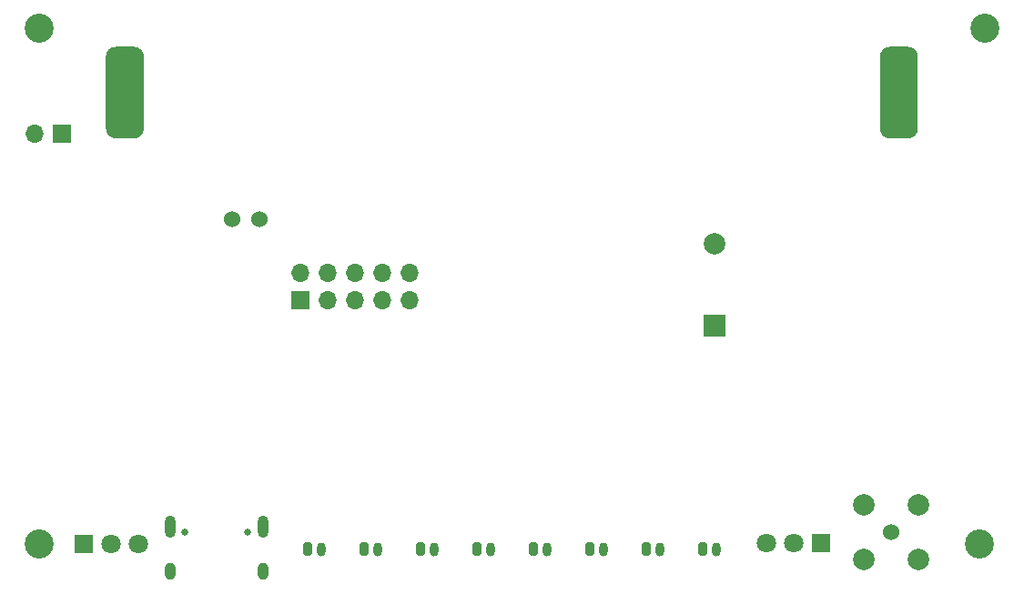
<source format=gbr>
G04 #@! TF.GenerationSoftware,KiCad,Pcbnew,5.1.8-db9833491~87~ubuntu20.04.1*
G04 #@! TF.CreationDate,2020-11-19T12:33:46+01:00*
G04 #@! TF.ProjectId,lucy,6c756379-2e6b-4696-9361-645f70636258,v1.0*
G04 #@! TF.SameCoordinates,Original*
G04 #@! TF.FileFunction,Soldermask,Bot*
G04 #@! TF.FilePolarity,Negative*
%FSLAX46Y46*%
G04 Gerber Fmt 4.6, Leading zero omitted, Abs format (unit mm)*
G04 Created by KiCad (PCBNEW 5.1.8-db9833491~87~ubuntu20.04.1) date 2020-11-19 12:33:46*
%MOMM*%
%LPD*%
G01*
G04 APERTURE LIST*
%ADD10C,2.000000*%
%ADD11C,1.524000*%
%ADD12O,1.000000X1.600000*%
%ADD13C,0.650000*%
%ADD14O,1.000000X2.100000*%
%ADD15C,2.700000*%
%ADD16R,2.000000X2.000000*%
%ADD17R,1.800000X1.800000*%
%ADD18C,1.800000*%
%ADD19R,1.700000X1.700000*%
%ADD20O,1.700000X1.700000*%
%ADD21O,0.800000X1.300000*%
G04 APERTURE END LIST*
D10*
X182710000Y-125470000D03*
X187790000Y-125470000D03*
X187790000Y-120390000D03*
X182710000Y-120390000D03*
D11*
X185250000Y-122930000D03*
D12*
X126820000Y-126550000D03*
D13*
X125390000Y-122900000D03*
D12*
X118180000Y-126550000D03*
D13*
X119610000Y-122900000D03*
D14*
X118180000Y-122370000D03*
X126820000Y-122370000D03*
G36*
G01*
X184238000Y-85381000D02*
X184238000Y-78619000D01*
G75*
G02*
X185119000Y-77738000I881000J0D01*
G01*
X186881000Y-77738000D01*
G75*
G02*
X187762000Y-78619000I0J-881000D01*
G01*
X187762000Y-85381000D01*
G75*
G02*
X186881000Y-86262000I-881000J0D01*
G01*
X185119000Y-86262000D01*
G75*
G02*
X184238000Y-85381000I0J881000D01*
G01*
G37*
G36*
G01*
X112238000Y-85381000D02*
X112238000Y-78619000D01*
G75*
G02*
X113119000Y-77738000I881000J0D01*
G01*
X114881000Y-77738000D01*
G75*
G02*
X115762000Y-78619000I0J-881000D01*
G01*
X115762000Y-85381000D01*
G75*
G02*
X114881000Y-86262000I-881000J0D01*
G01*
X113119000Y-86262000D01*
G75*
G02*
X112238000Y-85381000I0J881000D01*
G01*
G37*
D15*
X106000000Y-124000000D03*
X193500000Y-124000000D03*
X194000000Y-76000000D03*
X106000000Y-76000000D03*
D16*
X168880000Y-103670000D03*
D10*
X168880000Y-96070000D03*
D17*
X178770000Y-123940000D03*
D18*
X176230000Y-123940000D03*
X173690000Y-123940000D03*
D17*
X110180000Y-123970000D03*
D18*
X112720000Y-123970000D03*
X115260000Y-123970000D03*
D19*
X108180000Y-85860000D03*
D20*
X105640000Y-85860000D03*
D21*
X132250000Y-124500000D03*
G36*
G01*
X130600000Y-124950000D02*
X130600000Y-124050000D01*
G75*
G02*
X130800000Y-123850000I200000J0D01*
G01*
X131200000Y-123850000D01*
G75*
G02*
X131400000Y-124050000I0J-200000D01*
G01*
X131400000Y-124950000D01*
G75*
G02*
X131200000Y-125150000I-200000J0D01*
G01*
X130800000Y-125150000D01*
G75*
G02*
X130600000Y-124950000I0J200000D01*
G01*
G37*
D19*
X130360000Y-101290000D03*
D20*
X130360000Y-98750000D03*
X132900000Y-101290000D03*
X132900000Y-98750000D03*
X135440000Y-101290000D03*
X135440000Y-98750000D03*
X137980000Y-101290000D03*
X137980000Y-98750000D03*
X140520000Y-101290000D03*
X140520000Y-98750000D03*
G36*
G01*
X135850000Y-124950000D02*
X135850000Y-124050000D01*
G75*
G02*
X136050000Y-123850000I200000J0D01*
G01*
X136450000Y-123850000D01*
G75*
G02*
X136650000Y-124050000I0J-200000D01*
G01*
X136650000Y-124950000D01*
G75*
G02*
X136450000Y-125150000I-200000J0D01*
G01*
X136050000Y-125150000D01*
G75*
G02*
X135850000Y-124950000I0J200000D01*
G01*
G37*
D21*
X137500000Y-124500000D03*
X142750000Y-124500000D03*
G36*
G01*
X141100000Y-124950000D02*
X141100000Y-124050000D01*
G75*
G02*
X141300000Y-123850000I200000J0D01*
G01*
X141700000Y-123850000D01*
G75*
G02*
X141900000Y-124050000I0J-200000D01*
G01*
X141900000Y-124950000D01*
G75*
G02*
X141700000Y-125150000I-200000J0D01*
G01*
X141300000Y-125150000D01*
G75*
G02*
X141100000Y-124950000I0J200000D01*
G01*
G37*
G36*
G01*
X146350000Y-124950000D02*
X146350000Y-124050000D01*
G75*
G02*
X146550000Y-123850000I200000J0D01*
G01*
X146950000Y-123850000D01*
G75*
G02*
X147150000Y-124050000I0J-200000D01*
G01*
X147150000Y-124950000D01*
G75*
G02*
X146950000Y-125150000I-200000J0D01*
G01*
X146550000Y-125150000D01*
G75*
G02*
X146350000Y-124950000I0J200000D01*
G01*
G37*
X148000000Y-124500000D03*
G36*
G01*
X151600000Y-124950000D02*
X151600000Y-124050000D01*
G75*
G02*
X151800000Y-123850000I200000J0D01*
G01*
X152200000Y-123850000D01*
G75*
G02*
X152400000Y-124050000I0J-200000D01*
G01*
X152400000Y-124950000D01*
G75*
G02*
X152200000Y-125150000I-200000J0D01*
G01*
X151800000Y-125150000D01*
G75*
G02*
X151600000Y-124950000I0J200000D01*
G01*
G37*
X153250000Y-124500000D03*
X158500000Y-124500000D03*
G36*
G01*
X156850000Y-124950000D02*
X156850000Y-124050000D01*
G75*
G02*
X157050000Y-123850000I200000J0D01*
G01*
X157450000Y-123850000D01*
G75*
G02*
X157650000Y-124050000I0J-200000D01*
G01*
X157650000Y-124950000D01*
G75*
G02*
X157450000Y-125150000I-200000J0D01*
G01*
X157050000Y-125150000D01*
G75*
G02*
X156850000Y-124950000I0J200000D01*
G01*
G37*
G36*
G01*
X162100000Y-124950000D02*
X162100000Y-124050000D01*
G75*
G02*
X162300000Y-123850000I200000J0D01*
G01*
X162700000Y-123850000D01*
G75*
G02*
X162900000Y-124050000I0J-200000D01*
G01*
X162900000Y-124950000D01*
G75*
G02*
X162700000Y-125150000I-200000J0D01*
G01*
X162300000Y-125150000D01*
G75*
G02*
X162100000Y-124950000I0J200000D01*
G01*
G37*
X163750000Y-124500000D03*
X169000000Y-124500000D03*
G36*
G01*
X167350000Y-124950000D02*
X167350000Y-124050000D01*
G75*
G02*
X167550000Y-123850000I200000J0D01*
G01*
X167950000Y-123850000D01*
G75*
G02*
X168150000Y-124050000I0J-200000D01*
G01*
X168150000Y-124950000D01*
G75*
G02*
X167950000Y-125150000I-200000J0D01*
G01*
X167550000Y-125150000D01*
G75*
G02*
X167350000Y-124950000I0J200000D01*
G01*
G37*
D11*
X126510000Y-93790000D03*
X123970000Y-93790000D03*
M02*

</source>
